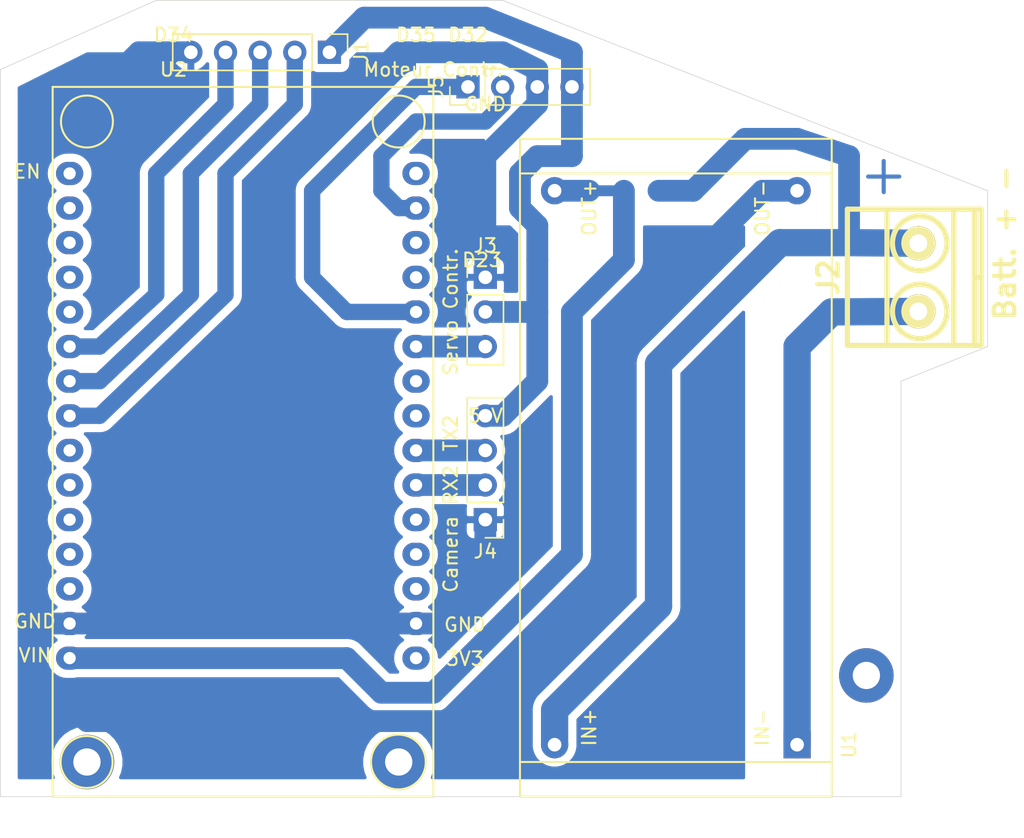
<source format=kicad_pcb>
(kicad_pcb (version 20171130) (host pcbnew "(5.1.5)-3")

  (general
    (thickness 1.6)
    (drawings 11)
    (tracks 96)
    (zones 0)
    (modules 7)
    (nets 33)
  )

  (page A4)
  (layers
    (0 F.Cu signal)
    (31 B.Cu signal)
    (32 B.Adhes user)
    (33 F.Adhes user)
    (34 B.Paste user)
    (35 F.Paste user)
    (36 B.SilkS user)
    (37 F.SilkS user)
    (38 B.Mask user)
    (39 F.Mask user)
    (40 Dwgs.User user)
    (41 Cmts.User user)
    (42 Eco1.User user)
    (43 Eco2.User user)
    (44 Edge.Cuts user)
    (45 Margin user)
    (46 B.CrtYd user)
    (47 F.CrtYd user)
    (48 B.Fab user)
    (49 F.Fab user)
  )

  (setup
    (last_trace_width 0.25)
    (user_trace_width 0.8)
    (user_trace_width 1.2)
    (user_trace_width 1.6)
    (user_trace_width 2)
    (trace_clearance 0.2)
    (zone_clearance 0.6)
    (zone_45_only no)
    (trace_min 0.2)
    (via_size 0.8)
    (via_drill 0.4)
    (via_min_size 0.4)
    (via_min_drill 0.3)
    (uvia_size 0.3)
    (uvia_drill 0.1)
    (uvias_allowed no)
    (uvia_min_size 0.2)
    (uvia_min_drill 0.1)
    (edge_width 0.05)
    (segment_width 0.2)
    (pcb_text_width 0.3)
    (pcb_text_size 1.5 1.5)
    (mod_edge_width 0.12)
    (mod_text_size 1 1)
    (mod_text_width 0.15)
    (pad_size 1.524 1.524)
    (pad_drill 0.762)
    (pad_to_mask_clearance 0.051)
    (solder_mask_min_width 0.25)
    (aux_axis_origin 0 0)
    (visible_elements 7FFFFFFF)
    (pcbplotparams
      (layerselection 0x01000_fffffffe)
      (usegerberextensions false)
      (usegerberattributes false)
      (usegerberadvancedattributes false)
      (creategerberjobfile false)
      (excludeedgelayer true)
      (linewidth 0.100000)
      (plotframeref false)
      (viasonmask false)
      (mode 1)
      (useauxorigin false)
      (hpglpennumber 1)
      (hpglpenspeed 20)
      (hpglpendiameter 15.000000)
      (psnegative false)
      (psa4output false)
      (plotreference true)
      (plotvalue true)
      (plotinvisibletext false)
      (padsonsilk false)
      (subtractmaskfromsilk false)
      (outputformat 1)
      (mirror false)
      (drillshape 0)
      (scaleselection 1)
      (outputdirectory "fabrication/"))
  )

  (net 0 "")
  (net 1 GND)
  (net 2 "Net-(J1-Pad4)")
  (net 3 "Net-(J1-Pad3)")
  (net 4 "Net-(J1-Pad2)")
  (net 5 +5V)
  (net 6 "Net-(J2-Pad2)")
  (net 7 "Net-(J2-Pad1)")
  (net 8 "Net-(J3-Pad3)")
  (net 9 "Net-(J4-Pad3)")
  (net 10 "Net-(J4-Pad2)")
  (net 11 "Net-(U2-Pad17)")
  (net 12 "Net-(U2-Pad18)")
  (net 13 "Net-(U2-Pad26)")
  (net 14 "Net-(U2-Pad27)")
  (net 15 "Net-(U2-Pad28)")
  (net 16 "Net-(U2-Pad1)")
  (net 17 "Net-(U2-Pad3)")
  (net 18 "Net-(U2-Pad8)")
  (net 19 "Net-(U2-Pad9)")
  (net 20 "Net-(U2-Pad12)")
  (net 21 "Net-(U2-Pad13)")
  (net 22 "Net-(U2-Pad16)")
  (net 23 "Net-(U2-Pad24)")
  (net 24 "Net-(U2-Pad25)")
  (net 25 "Net-(U2-Pad4)")
  (net 26 "Net-(U2-Pad5)")
  (net 27 +VDC)
  (net 28 "Net-(J5-Pad2)")
  (net 29 "Net-(J5-Pad1)")
  (net 30 "Net-(U2-Pad20)")
  (net 31 "Net-(U2-Pad19)")
  (net 32 "Net-(U2-Pad15)")

  (net_class Default "Ceci est la Netclass par défaut."
    (clearance 0.2)
    (trace_width 0.25)
    (via_dia 0.8)
    (via_drill 0.4)
    (uvia_dia 0.3)
    (uvia_drill 0.1)
    (add_net +5V)
    (add_net +VDC)
    (add_net GND)
    (add_net "Net-(J1-Pad2)")
    (add_net "Net-(J1-Pad3)")
    (add_net "Net-(J1-Pad4)")
    (add_net "Net-(J2-Pad1)")
    (add_net "Net-(J2-Pad2)")
    (add_net "Net-(J3-Pad3)")
    (add_net "Net-(J4-Pad2)")
    (add_net "Net-(J4-Pad3)")
    (add_net "Net-(J5-Pad1)")
    (add_net "Net-(J5-Pad2)")
    (add_net "Net-(U2-Pad1)")
    (add_net "Net-(U2-Pad12)")
    (add_net "Net-(U2-Pad13)")
    (add_net "Net-(U2-Pad15)")
    (add_net "Net-(U2-Pad16)")
    (add_net "Net-(U2-Pad17)")
    (add_net "Net-(U2-Pad18)")
    (add_net "Net-(U2-Pad19)")
    (add_net "Net-(U2-Pad20)")
    (add_net "Net-(U2-Pad24)")
    (add_net "Net-(U2-Pad25)")
    (add_net "Net-(U2-Pad26)")
    (add_net "Net-(U2-Pad27)")
    (add_net "Net-(U2-Pad28)")
    (add_net "Net-(U2-Pad3)")
    (add_net "Net-(U2-Pad4)")
    (add_net "Net-(U2-Pad5)")
    (add_net "Net-(U2-Pad8)")
    (add_net "Net-(U2-Pad9)")
  )

  (module Connector_PinHeader_2.54mm:PinHeader_1x04_P2.54mm_Vertical (layer F.Cu) (tedit 59FED5CC) (tstamp 5E8DF54D)
    (at 124.46 90.17 90)
    (descr "Through hole straight pin header, 1x04, 2.54mm pitch, single row")
    (tags "Through hole pin header THT 1x04 2.54mm single row")
    (path /5E8EFCDD)
    (fp_text reference J5 (at 0 -2.33 90) (layer F.SilkS)
      (effects (font (size 1 1) (thickness 0.15)))
    )
    (fp_text value Ecran (at 0 9.95 90) (layer F.Fab)
      (effects (font (size 1 1) (thickness 0.15)))
    )
    (fp_text user %R (at 0 3.81) (layer F.Fab)
      (effects (font (size 1 1) (thickness 0.15)))
    )
    (fp_line (start 1.8 -1.8) (end -1.8 -1.8) (layer F.CrtYd) (width 0.05))
    (fp_line (start 1.8 9.4) (end 1.8 -1.8) (layer F.CrtYd) (width 0.05))
    (fp_line (start -1.8 9.4) (end 1.8 9.4) (layer F.CrtYd) (width 0.05))
    (fp_line (start -1.8 -1.8) (end -1.8 9.4) (layer F.CrtYd) (width 0.05))
    (fp_line (start -1.33 -1.33) (end 0 -1.33) (layer F.SilkS) (width 0.12))
    (fp_line (start -1.33 0) (end -1.33 -1.33) (layer F.SilkS) (width 0.12))
    (fp_line (start -1.33 1.27) (end 1.33 1.27) (layer F.SilkS) (width 0.12))
    (fp_line (start 1.33 1.27) (end 1.33 8.95) (layer F.SilkS) (width 0.12))
    (fp_line (start -1.33 1.27) (end -1.33 8.95) (layer F.SilkS) (width 0.12))
    (fp_line (start -1.33 8.95) (end 1.33 8.95) (layer F.SilkS) (width 0.12))
    (fp_line (start -1.27 -0.635) (end -0.635 -1.27) (layer F.Fab) (width 0.1))
    (fp_line (start -1.27 8.89) (end -1.27 -0.635) (layer F.Fab) (width 0.1))
    (fp_line (start 1.27 8.89) (end -1.27 8.89) (layer F.Fab) (width 0.1))
    (fp_line (start 1.27 -1.27) (end 1.27 8.89) (layer F.Fab) (width 0.1))
    (fp_line (start -0.635 -1.27) (end 1.27 -1.27) (layer F.Fab) (width 0.1))
    (pad 4 thru_hole oval (at 0 7.62 90) (size 1.7 1.7) (drill 1) (layers *.Cu *.Mask)
      (net 5 +5V))
    (pad 3 thru_hole oval (at 0 5.08 90) (size 1.7 1.7) (drill 1) (layers *.Cu *.Mask)
      (net 1 GND))
    (pad 2 thru_hole oval (at 0 2.54 90) (size 1.7 1.7) (drill 1) (layers *.Cu *.Mask)
      (net 28 "Net-(J5-Pad2)"))
    (pad 1 thru_hole rect (at 0 0 90) (size 1.7 1.7) (drill 1) (layers *.Cu *.Mask)
      (net 29 "Net-(J5-Pad1)"))
    (model ${KISYS3DMOD}/Connector_PinHeader_2.54mm.3dshapes/PinHeader_1x04_P2.54mm_Vertical.wrl
      (at (xyz 0 0 0))
      (scale (xyz 1 1 1))
      (rotate (xyz 0 0 0))
    )
  )

  (module Custom:ESP32_Devkit_DOIT_V1 (layer F.Cu) (tedit 5E8C3439) (tstamp 5E8CA3CB)
    (at 120.65 132.08)
    (descr "Through hole straight pin header, 1x15, 2.54mm pitch, single row")
    (tags "Through hole pin header THT 1x15 2.54mm single row")
    (path /5E8C22B4)
    (fp_text reference U2 (at -17.78 -43.18) (layer F.SilkS)
      (effects (font (size 1 1) (thickness 0.15)))
    )
    (fp_text value ESP32_DevKit_1 (at -12.9946 12.349) (layer F.Fab)
      (effects (font (size 1 1) (thickness 0.15)))
    )
    (fp_circle (center -1.2954 7.62) (end -1.9304 9.525) (layer F.SilkS) (width 0.15))
    (fp_circle (center -24.1554 7.62) (end -24.1554 9.525) (layer F.SilkS) (width 0.15))
    (fp_circle (center -24.13 -39.37) (end -24.13 -41.275) (layer F.SilkS) (width 0.15))
    (fp_circle (center -1.27 -39.37) (end -1.27 -41.275) (layer F.SilkS) (width 0.15))
    (fp_line (start 1.27 10.16) (end 1.27 -41.91) (layer F.SilkS) (width 0.15))
    (fp_line (start -26.6446 10.16) (end 1.27 10.16) (layer F.SilkS) (width 0.15))
    (fp_line (start -26.6446 -41.91) (end -26.6446 10.16) (layer F.SilkS) (width 0.15))
    (fp_line (start 1.27 -41.91) (end -26.6446 -41.91) (layer F.SilkS) (width 0.15))
    (fp_text user EN (at -28.5096 -35.705) (layer F.SilkS)
      (effects (font (size 1 1) (thickness 0.15)))
    )
    (fp_text user GND (at -27.94 -2.705) (layer F.SilkS)
      (effects (font (size 1 1) (thickness 0.15)))
    )
    (fp_text user GND (at 3.5854 -2.451) (layer F.SilkS)
      (effects (font (size 1 1) (thickness 0.15)))
    )
    (fp_text user VIN (at -27.94 -0.205) (layer F.SilkS)
      (effects (font (size 1 1) (thickness 0.15)))
    )
    (fp_text user 3V3 (at 3.5854 0.049) (layer F.SilkS)
      (effects (font (size 1 1) (thickness 0.15)))
    )
    (fp_text user RX2 (at 2.54 -12.7 90) (layer F.SilkS)
      (effects (font (size 1 1) (thickness 0.15)))
    )
    (fp_text user TX2 (at 2.54 -16.51 90) (layer F.SilkS)
      (effects (font (size 1 1) (thickness 0.15)))
    )
    (fp_text user D23 (at 4.8354 -29.21) (layer F.SilkS)
      (effects (font (size 1 1) (thickness 0.15)))
    )
    (fp_text user D34 (at -17.78 -45.72) (layer F.SilkS)
      (effects (font (size 1 1) (thickness 0.15)))
    )
    (fp_text user D35 (at 0 -45.72) (layer F.SilkS)
      (effects (font (size 1 1) (thickness 0.15)))
    )
    (fp_text user D32 (at 3.81 -45.72) (layer F.SilkS)
      (effects (font (size 1 1) (thickness 0.15)))
    )
    (pad 30 thru_hole oval (at -25.4 0) (size 2 1.7) (drill 0.9) (layers *.Cu *.Mask)
      (net 27 +VDC))
    (pad 29 thru_hole oval (at -25.4 -2.54) (size 2 1.7) (drill 0.9) (layers *.Cu *.Mask)
      (net 1 GND))
    (pad 28 thru_hole oval (at -25.4 -5.08) (size 2 1.7) (drill 0.9) (layers *.Cu *.Mask)
      (net 15 "Net-(U2-Pad28)"))
    (pad 27 thru_hole oval (at -25.4 -7.62) (size 2 1.7) (drill 0.9) (layers *.Cu *.Mask)
      (net 14 "Net-(U2-Pad27)"))
    (pad 26 thru_hole oval (at -25.4 -10.16) (size 2 1.7) (drill 0.9) (layers *.Cu *.Mask)
      (net 13 "Net-(U2-Pad26)"))
    (pad 25 thru_hole oval (at -25.4 -12.7) (size 2 1.7) (drill 0.9) (layers *.Cu *.Mask)
      (net 24 "Net-(U2-Pad25)"))
    (pad 24 thru_hole oval (at -25.4 -15.24) (size 2 1.7) (drill 0.9) (layers *.Cu *.Mask)
      (net 23 "Net-(U2-Pad24)"))
    (pad 23 thru_hole oval (at -25.4 -17.78) (size 2 1.7) (drill 0.9) (layers *.Cu *.Mask)
      (net 4 "Net-(J1-Pad2)"))
    (pad 22 thru_hole oval (at -25.4 -20.32) (size 2 1.7) (drill 0.9) (layers *.Cu *.Mask)
      (net 3 "Net-(J1-Pad3)"))
    (pad 21 thru_hole oval (at -25.4 -22.86) (size 2 1.7) (drill 0.9) (layers *.Cu *.Mask)
      (net 2 "Net-(J1-Pad4)"))
    (pad 20 thru_hole oval (at -25.4 -25.4) (size 2 1.7) (drill 0.9) (layers *.Cu *.Mask)
      (net 30 "Net-(U2-Pad20)"))
    (pad 19 thru_hole oval (at -25.4 -27.94) (size 2 1.7) (drill 0.9) (layers *.Cu *.Mask)
      (net 31 "Net-(U2-Pad19)"))
    (pad 18 thru_hole oval (at -25.4 -30.48) (size 2 1.7) (drill 0.9) (layers *.Cu *.Mask)
      (net 12 "Net-(U2-Pad18)"))
    (pad 17 thru_hole oval (at -25.4 -33.02) (size 2 1.7) (drill 0.9) (layers *.Cu *.Mask)
      (net 11 "Net-(U2-Pad17)"))
    (pad 16 thru_hole oval (at -25.4 -35.56) (size 2 1.7) (drill 0.9) (layers *.Cu *.Mask)
      (net 22 "Net-(U2-Pad16)"))
    (pad 1 thru_hole oval (at 0 0) (size 2 1.7) (drill 0.9) (layers *.Cu *.Mask)
      (net 16 "Net-(U2-Pad1)"))
    (pad 2 thru_hole oval (at 0 -2.54) (size 2 1.7) (drill 0.9) (layers *.Cu *.Mask)
      (net 1 GND))
    (pad 3 thru_hole oval (at 0 -5.08) (size 2 1.7) (drill 0.9) (layers *.Cu *.Mask)
      (net 17 "Net-(U2-Pad3)"))
    (pad 4 thru_hole oval (at 0 -7.62) (size 2 1.7) (drill 0.9) (layers *.Cu *.Mask)
      (net 25 "Net-(U2-Pad4)"))
    (pad 5 thru_hole oval (at 0 -10.16) (size 2 1.7) (drill 0.9) (layers *.Cu *.Mask)
      (net 26 "Net-(U2-Pad5)"))
    (pad 6 thru_hole oval (at 0 -12.7) (size 2 1.7) (drill 0.9) (layers *.Cu *.Mask)
      (net 10 "Net-(J4-Pad2)"))
    (pad 7 thru_hole oval (at 0 -15.24) (size 2 1.7) (drill 0.9) (layers *.Cu *.Mask)
      (net 9 "Net-(J4-Pad3)"))
    (pad 8 thru_hole oval (at 0 -17.78) (size 2 1.7) (drill 0.9) (layers *.Cu *.Mask)
      (net 18 "Net-(U2-Pad8)"))
    (pad 9 thru_hole oval (at 0 -20.32) (size 2 1.7) (drill 0.9) (layers *.Cu *.Mask)
      (net 19 "Net-(U2-Pad9)"))
    (pad 10 thru_hole oval (at 0 -22.86) (size 2 1.7) (drill 0.9) (layers *.Cu *.Mask)
      (net 8 "Net-(J3-Pad3)"))
    (pad 11 thru_hole oval (at 0 -25.4) (size 2 1.7) (drill 0.9) (layers *.Cu *.Mask)
      (net 29 "Net-(J5-Pad1)"))
    (pad 12 thru_hole oval (at 0 -27.94) (size 2 1.7) (drill 0.9) (layers *.Cu *.Mask)
      (net 20 "Net-(U2-Pad12)"))
    (pad 13 thru_hole oval (at 0 -30.48) (size 2 1.7) (drill 0.9) (layers *.Cu *.Mask)
      (net 21 "Net-(U2-Pad13)"))
    (pad 14 thru_hole oval (at 0 -33.02) (size 2 1.7) (drill 0.9) (layers *.Cu *.Mask)
      (net 28 "Net-(J5-Pad2)"))
    (pad 15 thru_hole oval (at 0 -35.56) (size 2 1.7) (drill 1) (layers *.Cu *.Mask)
      (net 32 "Net-(U2-Pad15)"))
    (model ${KISYS3DMOD}/Pin_Headers.3dshapes/Pin_Header_Straight_1x15_Pitch2.54mm.wrl
      (at (xyz 0 0 0))
      (scale (xyz 1 1 1))
      (rotate (xyz 0 0 0))
    )
    (model D:/i9-Sylvain/Documents/KiCad/Bibliotheques/3dModel/ESP32DevKit.step
      (offset (xyz -25.5 0 2.1))
      (scale (xyz 1 1 1))
      (rotate (xyz 0 0 0))
    )
  )

  (module Custom:Module_DC-DC_Lm2596 (layer F.Cu) (tedit 5E7CBD56) (tstamp 5E8C7E6C)
    (at 148.59 138.43 90)
    (descr "Module 44x22 noname")
    (path /5E8CB9FE)
    (fp_text reference U1 (at 0 3.81 90) (layer F.SilkS)
      (effects (font (size 1 1) (thickness 0.15)))
    )
    (fp_text value Conv_DC-DC (at 16.51 5.08 90) (layer F.Fab)
      (effects (font (size 1 1) (thickness 0.15)))
    )
    (fp_line (start 41.91 2.54) (end -1.27 2.54) (layer F.CrtYd) (width 0.12))
    (fp_line (start -1.27 -20.32) (end 41.91 -20.32) (layer F.CrtYd) (width 0.12))
    (fp_line (start 44.45 2.54) (end -3.81 2.54) (layer F.SilkS) (width 0.15))
    (fp_line (start 44.45 -20.32) (end 44.45 2.54) (layer F.SilkS) (width 0.15))
    (fp_line (start -3.81 -20.32) (end 44.45 -20.32) (layer F.SilkS) (width 0.15))
    (fp_line (start -3.81 2.54) (end -3.81 -20.32) (layer F.SilkS) (width 0.15))
    (fp_line (start -1.27 -20.32) (end -1.27 2.54) (layer F.CrtYd) (width 0.12))
    (fp_line (start 41.91 2.54) (end 41.91 -20.32) (layer F.CrtYd) (width 0.12))
    (fp_text user IN- (at 1.27 -2.54 90) (layer F.SilkS)
      (effects (font (size 1 1) (thickness 0.15)))
    )
    (fp_text user IN+ (at 1.27 -15.24 90) (layer F.SilkS)
      (effects (font (size 1 1) (thickness 0.15)))
    )
    (fp_text user OUT- (at 39.37 -2.54 90) (layer F.SilkS)
      (effects (font (size 1 1) (thickness 0.15)))
    )
    (fp_text user OUT+ (at 39.37 -15.24 90) (layer F.SilkS)
      (effects (font (size 1 1) (thickness 0.15)))
    )
    (fp_line (start -1.27 -20.32) (end -1.27 2.54) (layer F.SilkS) (width 0.15))
    (fp_line (start 41.91 2.54) (end 41.91 -20.32) (layer F.SilkS) (width 0.15))
    (pad 4 thru_hole circle (at 0 -17.78 90) (size 2 2) (drill 1) (layers *.Cu *.Mask)
      (net 6 "Net-(J2-Pad2)"))
    (pad 3 thru_hole circle (at 40.64 -17.78 90) (size 2 2) (drill 1) (layers *.Cu *.Mask)
      (net 27 +VDC))
    (pad 2 thru_hole circle (at 40.64 0 90) (size 2 2) (drill 1) (layers *.Cu *.Mask)
      (net 1 GND))
    (pad 1 thru_hole rect (at 0 0 90) (size 2 2) (drill 1) (layers *.Cu *.Mask)
      (net 7 "Net-(J2-Pad1)"))
    (model "D:/i9-Sylvain/Documents/KiCad/Bibliotheques/3dModel/Module DC-DC LM2596.step"
      (at (xyz 0 0 0))
      (scale (xyz 1 1 1))
      (rotate (xyz 0 0 0))
    )
  )

  (module Connector_PinHeader_2.54mm:PinHeader_1x04_P2.54mm_Vertical (layer F.Cu) (tedit 59FED5CC) (tstamp 5E8C7E56)
    (at 125.73 121.92 180)
    (descr "Through hole straight pin header, 1x04, 2.54mm pitch, single row")
    (tags "Through hole pin header THT 1x04 2.54mm single row")
    (path /5E8C3D69)
    (fp_text reference J4 (at 0 -2.33) (layer F.SilkS)
      (effects (font (size 1 1) (thickness 0.15)))
    )
    (fp_text value Camera (at 2.54 -2.54 90) (layer F.SilkS)
      (effects (font (size 1 1) (thickness 0.15)))
    )
    (fp_text user %R (at 0 3.81 90) (layer F.Fab)
      (effects (font (size 1 1) (thickness 0.15)))
    )
    (fp_line (start 1.8 -1.8) (end -1.8 -1.8) (layer F.CrtYd) (width 0.05))
    (fp_line (start 1.8 9.4) (end 1.8 -1.8) (layer F.CrtYd) (width 0.05))
    (fp_line (start -1.8 9.4) (end 1.8 9.4) (layer F.CrtYd) (width 0.05))
    (fp_line (start -1.8 -1.8) (end -1.8 9.4) (layer F.CrtYd) (width 0.05))
    (fp_line (start -1.33 -1.33) (end 0 -1.33) (layer F.SilkS) (width 0.12))
    (fp_line (start -1.33 0) (end -1.33 -1.33) (layer F.SilkS) (width 0.12))
    (fp_line (start -1.33 1.27) (end 1.33 1.27) (layer F.SilkS) (width 0.12))
    (fp_line (start 1.33 1.27) (end 1.33 8.95) (layer F.SilkS) (width 0.12))
    (fp_line (start -1.33 1.27) (end -1.33 8.95) (layer F.SilkS) (width 0.12))
    (fp_line (start -1.33 8.95) (end 1.33 8.95) (layer F.SilkS) (width 0.12))
    (fp_line (start -1.27 -0.635) (end -0.635 -1.27) (layer F.Fab) (width 0.1))
    (fp_line (start -1.27 8.89) (end -1.27 -0.635) (layer F.Fab) (width 0.1))
    (fp_line (start 1.27 8.89) (end -1.27 8.89) (layer F.Fab) (width 0.1))
    (fp_line (start 1.27 -1.27) (end 1.27 8.89) (layer F.Fab) (width 0.1))
    (fp_line (start -0.635 -1.27) (end 1.27 -1.27) (layer F.Fab) (width 0.1))
    (pad 4 thru_hole oval (at 0 7.62 180) (size 1.7 1.7) (drill 1) (layers *.Cu *.Mask)
      (net 5 +5V))
    (pad 3 thru_hole oval (at 0 5.08 180) (size 1.7 1.7) (drill 1) (layers *.Cu *.Mask)
      (net 9 "Net-(J4-Pad3)"))
    (pad 2 thru_hole oval (at 0 2.54 180) (size 1.7 1.7) (drill 1) (layers *.Cu *.Mask)
      (net 10 "Net-(J4-Pad2)"))
    (pad 1 thru_hole rect (at 0 0 180) (size 1.7 1.7) (drill 1) (layers *.Cu *.Mask)
      (net 1 GND))
    (model ${KISYS3DMOD}/Connector_PinHeader_2.54mm.3dshapes/PinHeader_1x04_P2.54mm_Vertical.wrl
      (at (xyz 0 0 0))
      (scale (xyz 1 1 1))
      (rotate (xyz 0 0 0))
    )
  )

  (module Connector_PinHeader_2.54mm:PinHeader_1x03_P2.54mm_Vertical (layer F.Cu) (tedit 59FED5CC) (tstamp 5E8C7E3E)
    (at 125.73 104.14)
    (descr "Through hole straight pin header, 1x03, 2.54mm pitch, single row")
    (tags "Through hole pin header THT 1x03 2.54mm single row")
    (path /5E8C30F9)
    (fp_text reference J3 (at 0 -2.33) (layer F.SilkS)
      (effects (font (size 1 1) (thickness 0.15)))
    )
    (fp_text value "Servo Contr." (at -2.54 2.54 90) (layer F.SilkS)
      (effects (font (size 1 1) (thickness 0.15)))
    )
    (fp_text user %R (at 0 2.54 90) (layer F.Fab)
      (effects (font (size 1 1) (thickness 0.15)))
    )
    (fp_line (start 1.8 -1.8) (end -1.8 -1.8) (layer F.CrtYd) (width 0.05))
    (fp_line (start 1.8 6.85) (end 1.8 -1.8) (layer F.CrtYd) (width 0.05))
    (fp_line (start -1.8 6.85) (end 1.8 6.85) (layer F.CrtYd) (width 0.05))
    (fp_line (start -1.8 -1.8) (end -1.8 6.85) (layer F.CrtYd) (width 0.05))
    (fp_line (start -1.33 -1.33) (end 0 -1.33) (layer F.SilkS) (width 0.12))
    (fp_line (start -1.33 0) (end -1.33 -1.33) (layer F.SilkS) (width 0.12))
    (fp_line (start -1.33 1.27) (end 1.33 1.27) (layer F.SilkS) (width 0.12))
    (fp_line (start 1.33 1.27) (end 1.33 6.41) (layer F.SilkS) (width 0.12))
    (fp_line (start -1.33 1.27) (end -1.33 6.41) (layer F.SilkS) (width 0.12))
    (fp_line (start -1.33 6.41) (end 1.33 6.41) (layer F.SilkS) (width 0.12))
    (fp_line (start -1.27 -0.635) (end -0.635 -1.27) (layer F.Fab) (width 0.1))
    (fp_line (start -1.27 6.35) (end -1.27 -0.635) (layer F.Fab) (width 0.1))
    (fp_line (start 1.27 6.35) (end -1.27 6.35) (layer F.Fab) (width 0.1))
    (fp_line (start 1.27 -1.27) (end 1.27 6.35) (layer F.Fab) (width 0.1))
    (fp_line (start -0.635 -1.27) (end 1.27 -1.27) (layer F.Fab) (width 0.1))
    (pad 3 thru_hole oval (at 0 5.08) (size 1.7 1.7) (drill 1) (layers *.Cu *.Mask)
      (net 8 "Net-(J3-Pad3)"))
    (pad 2 thru_hole oval (at 0 2.54) (size 1.7 1.7) (drill 1) (layers *.Cu *.Mask)
      (net 5 +5V))
    (pad 1 thru_hole rect (at 0 0) (size 1.7 1.7) (drill 1) (layers *.Cu *.Mask)
      (net 1 GND))
    (model ${KISYS3DMOD}/Connector_PinHeader_2.54mm.3dshapes/PinHeader_1x03_P2.54mm_Vertical.wrl
      (at (xyz 0 0 0))
      (scale (xyz 1 1 1))
      (rotate (xyz 0 0 0))
    )
  )

  (module Custom:mkds_1,5-2 (layer F.Cu) (tedit 0) (tstamp 5E8C7E27)
    (at 157.48 104.14 90)
    (descr "2-way 5mm pitch terminal block, Phoenix MKDS series")
    (path /5E8CC4E5)
    (fp_text reference J2 (at 0 -6.6 90) (layer F.SilkS)
      (effects (font (size 1.5 1.5) (thickness 0.3)))
    )
    (fp_text value "Batt. + -" (at 2.54 6.35 90) (layer F.SilkS)
      (effects (font (size 1.5 1.5) (thickness 0.3)))
    )
    (fp_line (start -5 -5.2) (end -5 4.6) (layer F.SilkS) (width 0.381))
    (fp_line (start 5 -5.2) (end -5 -5.2) (layer F.SilkS) (width 0.381))
    (fp_line (start 5 4.6) (end 5 -5.2) (layer F.SilkS) (width 0.381))
    (fp_line (start -5 4.6) (end 5 4.6) (layer F.SilkS) (width 0.381))
    (fp_line (start -5 4.1) (end 5 4.1) (layer F.SilkS) (width 0.381))
    (fp_line (start -5 -2.3) (end 5 -2.3) (layer F.SilkS) (width 0.381))
    (fp_line (start -5 2.6) (end 5 2.6) (layer F.SilkS) (width 0.381))
    (fp_circle (center -2.5 0.1) (end -0.5 0.1) (layer F.SilkS) (width 0.381))
    (fp_circle (center 2.5 0.1) (end 0.5 0.1) (layer F.SilkS) (width 0.381))
    (fp_line (start 0 4.1) (end 0 4.6) (layer F.SilkS) (width 0.381))
    (pad 2 thru_hole circle (at 2.5 0 90) (size 2.5 2.5) (drill 1.3) (layers *.Cu *.Mask F.SilkS)
      (net 6 "Net-(J2-Pad2)"))
    (pad 1 thru_hole circle (at -2.5 0 90) (size 2.5 2.5) (drill 1.3) (layers *.Cu *.Mask F.SilkS)
      (net 7 "Net-(J2-Pad1)"))
    (model D:/i9-Sylvain/Documents/KiCad/Bibliotheques/3dModel/mkds_1,5-2.wrl
      (at (xyz 0 0 0))
      (scale (xyz 1 1 1))
      (rotate (xyz 0 0 0))
    )
  )

  (module Connector_PinHeader_2.54mm:PinHeader_1x05_P2.54mm_Vertical (layer F.Cu) (tedit 59FED5CC) (tstamp 5E8C7E17)
    (at 114.3 87.63 270)
    (descr "Through hole straight pin header, 1x05, 2.54mm pitch, single row")
    (tags "Through hole pin header THT 1x05 2.54mm single row")
    (path /5E8D2539)
    (fp_text reference J1 (at 0 -2.33 90) (layer F.SilkS)
      (effects (font (size 1 1) (thickness 0.15)))
    )
    (fp_text value "Moteur Contr." (at 1.27 -7.62 180) (layer F.SilkS)
      (effects (font (size 1 1) (thickness 0.15)))
    )
    (fp_text user %R (at 0 5.08) (layer F.Fab)
      (effects (font (size 1 1) (thickness 0.15)))
    )
    (fp_line (start 1.8 -1.8) (end -1.8 -1.8) (layer F.CrtYd) (width 0.05))
    (fp_line (start 1.8 11.95) (end 1.8 -1.8) (layer F.CrtYd) (width 0.05))
    (fp_line (start -1.8 11.95) (end 1.8 11.95) (layer F.CrtYd) (width 0.05))
    (fp_line (start -1.8 -1.8) (end -1.8 11.95) (layer F.CrtYd) (width 0.05))
    (fp_line (start -1.33 -1.33) (end 0 -1.33) (layer F.SilkS) (width 0.12))
    (fp_line (start -1.33 0) (end -1.33 -1.33) (layer F.SilkS) (width 0.12))
    (fp_line (start -1.33 1.27) (end 1.33 1.27) (layer F.SilkS) (width 0.12))
    (fp_line (start 1.33 1.27) (end 1.33 11.49) (layer F.SilkS) (width 0.12))
    (fp_line (start -1.33 1.27) (end -1.33 11.49) (layer F.SilkS) (width 0.12))
    (fp_line (start -1.33 11.49) (end 1.33 11.49) (layer F.SilkS) (width 0.12))
    (fp_line (start -1.27 -0.635) (end -0.635 -1.27) (layer F.Fab) (width 0.1))
    (fp_line (start -1.27 11.43) (end -1.27 -0.635) (layer F.Fab) (width 0.1))
    (fp_line (start 1.27 11.43) (end -1.27 11.43) (layer F.Fab) (width 0.1))
    (fp_line (start 1.27 -1.27) (end 1.27 11.43) (layer F.Fab) (width 0.1))
    (fp_line (start -0.635 -1.27) (end 1.27 -1.27) (layer F.Fab) (width 0.1))
    (pad 5 thru_hole oval (at 0 10.16 270) (size 1.7 1.7) (drill 1) (layers *.Cu *.Mask)
      (net 1 GND))
    (pad 4 thru_hole oval (at 0 7.62 270) (size 1.7 1.7) (drill 1) (layers *.Cu *.Mask)
      (net 2 "Net-(J1-Pad4)"))
    (pad 3 thru_hole oval (at 0 5.08 270) (size 1.7 1.7) (drill 1) (layers *.Cu *.Mask)
      (net 3 "Net-(J1-Pad3)"))
    (pad 2 thru_hole oval (at 0 2.54 270) (size 1.7 1.7) (drill 1) (layers *.Cu *.Mask)
      (net 4 "Net-(J1-Pad2)"))
    (pad 1 thru_hole rect (at 0 0 270) (size 1.7 1.7) (drill 1) (layers *.Cu *.Mask)
      (net 5 +5V))
    (model ${KISYS3DMOD}/Connector_PinHeader_2.54mm.3dshapes/PinHeader_1x05_P2.54mm_Vertical.wrl
      (at (xyz 0 0 0))
      (scale (xyz 1 1 1))
      (rotate (xyz 0 0 0))
    )
  )

  (gr_line (start 162.56 109.22) (end 156.21 111.76) (layer Edge.Cuts) (width 0.05) (tstamp 5E8DACD3))
  (gr_line (start 156.21 142.24) (end 156.21 111.76) (layer Edge.Cuts) (width 0.05))
  (gr_text + (at 154.94 96.52) (layer B.Cu)
    (effects (font (size 3 3) (thickness 0.3)) (justify mirror))
  )
  (gr_line (start 90.17 88.9) (end 101.6 83.82) (layer Edge.Cuts) (width 0.05))
  (gr_line (start 127 83.82) (end 162.56 97.79) (layer Edge.Cuts) (width 0.05) (tstamp 5E8C4E96))
  (gr_text "5 V" (at 125.73 114.3) (layer F.SilkS)
    (effects (font (size 1 1) (thickness 0.15)))
  )
  (gr_text GND (at 125.73 91.44) (layer F.SilkS)
    (effects (font (size 1 1) (thickness 0.15)))
  )
  (gr_line (start 90.17 88.9) (end 90.17 142.24) (layer Edge.Cuts) (width 0.05) (tstamp 5E8CAEBF))
  (gr_line (start 127 83.82) (end 101.6 83.82) (layer Edge.Cuts) (width 0.05))
  (gr_line (start 162.56 109.22) (end 162.56 97.79) (layer Edge.Cuts) (width 0.05))
  (gr_line (start 90.17 142.24) (end 156.21 142.24) (layer Edge.Cuts) (width 0.05))

  (via (at 96.52 139.7) (size 4) (drill 2) (layers F.Cu B.Cu) (net 0))
  (via (at 119.38 139.7) (size 4) (drill 2) (layers F.Cu B.Cu) (net 0))
  (via (at 153.67 133.35) (size 4) (drill 2) (layers F.Cu B.Cu) (net 0))
  (segment (start 92.71 129.54) (end 93.98 129.54) (width 1.6) (layer B.Cu) (net 1))
  (segment (start 93.98 129.54) (end 95.25 129.54) (width 1.6) (layer B.Cu) (net 1))
  (segment (start 134.62 109.22) (end 146.05 97.79) (width 1.6) (layer B.Cu) (net 1))
  (segment (start 92.71 133.35) (end 96.52 136.699999) (width 1.6) (layer B.Cu) (net 1))
  (segment (start 146.05 97.79) (end 148.59 97.79) (width 1.6) (layer B.Cu) (net 1))
  (segment (start 124.920001 136.699999) (end 134.62 127) (width 1.6) (layer B.Cu) (net 1))
  (segment (start 134.62 127) (end 134.62 109.22) (width 1.6) (layer B.Cu) (net 1))
  (segment (start 92.71 129.54) (end 92.71 133.35) (width 1.6) (layer B.Cu) (net 1))
  (segment (start 96.52 136.699999) (end 124.920001 136.699999) (width 1.6) (layer B.Cu) (net 1))
  (segment (start 95.25 129.54) (end 109.22 129.54) (width 1.6) (layer B.Cu) (net 1))
  (segment (start 120.65 129.54) (end 109.22 129.54) (width 1.6) (layer B.Cu) (net 1))
  (segment (start 129.54 88.9) (end 129.54 90.17) (width 1.6) (layer B.Cu) (net 1))
  (segment (start 119.38 87.63) (end 127 87.63) (width 1.6) (layer B.Cu) (net 1))
  (segment (start 109.22 129.54) (end 109.22 97.79) (width 1.6) (layer B.Cu) (net 1))
  (segment (start 127 87.63) (end 129.54 88.9) (width 1.6) (layer B.Cu) (net 1))
  (segment (start 109.22 97.79) (end 119.38 87.63) (width 1.6) (layer B.Cu) (net 1))
  (segment (start 92.71 95.25) (end 92.71 129.54) (width 1.6) (layer B.Cu) (net 1))
  (segment (start 104.14 87.63) (end 100.33 87.63) (width 1.6) (layer B.Cu) (net 1))
  (segment (start 100.33 87.63) (end 92.71 95.25) (width 1.6) (layer B.Cu) (net 1))
  (segment (start 129.54 91.44) (end 129.54 90.17) (width 1.6) (layer B.Cu) (net 1))
  (segment (start 125.73 104.14) (end 125.73 95.25) (width 1.6) (layer B.Cu) (net 1))
  (segment (start 125.73 95.25) (end 129.54 91.44) (width 1.6) (layer B.Cu) (net 1))
  (segment (start 125.73 127.06) (end 125.73 121.92) (width 1.6) (layer B.Cu) (net 1))
  (segment (start 120.65 129.54) (end 123.25 129.54) (width 1.6) (layer B.Cu) (net 1))
  (segment (start 123.25 129.54) (end 125.73 127.06) (width 1.6) (layer B.Cu) (net 1))
  (segment (start 97.45 109.22) (end 95.25 109.22) (width 1.2) (layer B.Cu) (net 2))
  (segment (start 101.6 105.41) (end 97.45 109.22) (width 1.2) (layer B.Cu) (net 2))
  (segment (start 106.68 91.44) (end 101.6 96.52) (width 1.2) (layer B.Cu) (net 2))
  (segment (start 101.6 96.52) (end 101.6 105.41) (width 1.2) (layer B.Cu) (net 2))
  (segment (start 106.68 91.44) (end 106.68 87.63) (width 1.2) (layer B.Cu) (net 2))
  (segment (start 97.45 111.76) (end 95.25 111.76) (width 1.2) (layer B.Cu) (net 3))
  (segment (start 109.22 91.44) (end 104.14 96.52) (width 1.2) (layer B.Cu) (net 3))
  (segment (start 104.14 105.41) (end 97.45 111.76) (width 1.2) (layer B.Cu) (net 3))
  (segment (start 104.14 96.52) (end 104.14 105.41) (width 1.2) (layer B.Cu) (net 3))
  (segment (start 109.22 91.44) (end 109.22 87.63) (width 1.2) (layer B.Cu) (net 3))
  (segment (start 97.45 114.3) (end 95.25 114.3) (width 1.2) (layer B.Cu) (net 4))
  (segment (start 106.68 105.41) (end 97.45 114.3) (width 1.2) (layer B.Cu) (net 4))
  (segment (start 111.76 91.44) (end 106.68 96.52) (width 1.2) (layer B.Cu) (net 4))
  (segment (start 106.68 96.52) (end 106.68 105.41) (width 1.2) (layer B.Cu) (net 4))
  (segment (start 111.76 91.44) (end 111.76 87.63) (width 1.2) (layer B.Cu) (net 4))
  (segment (start 125.73 106.68) (end 129.54 106.68) (width 1.6) (layer B.Cu) (net 5))
  (segment (start 129.54 95.25) (end 128.27 96.52) (width 1.6) (layer B.Cu) (net 5))
  (segment (start 129.54 100.33) (end 129.54 102.87) (width 1.6) (layer B.Cu) (net 5))
  (segment (start 116.84 85.09) (end 125.73 85.09) (width 1.6) (layer B.Cu) (net 5))
  (segment (start 128.27 99.06) (end 129.54 100.33) (width 1.6) (layer B.Cu) (net 5))
  (segment (start 132.08 87.63) (end 132.08 95.25) (width 1.6) (layer B.Cu) (net 5))
  (segment (start 114.3 87.63) (end 116.84 85.09) (width 1.6) (layer B.Cu) (net 5))
  (segment (start 128.27 96.52) (end 128.27 99.06) (width 1.6) (layer B.Cu) (net 5))
  (segment (start 125.73 85.09) (end 132.08 87.63) (width 1.6) (layer B.Cu) (net 5))
  (segment (start 129.54 102.87) (end 129.54 106.68) (width 1.6) (layer B.Cu) (net 5))
  (segment (start 132.08 95.25) (end 129.54 95.25) (width 1.6) (layer B.Cu) (net 5))
  (segment (start 129.54 111.76) (end 129.54 106.68) (width 1.6) (layer B.Cu) (net 5))
  (segment (start 127 114.3) (end 129.54 111.76) (width 1.6) (layer B.Cu) (net 5))
  (segment (start 125.73 114.3) (end 127 114.3) (width 1.6) (layer B.Cu) (net 5))
  (segment (start 130.81 135.89) (end 130.81 138.43) (width 2) (layer B.Cu) (net 6))
  (segment (start 138.43 110.49) (end 138.43 128.27) (width 2) (layer B.Cu) (net 6))
  (segment (start 138.43 128.27) (end 130.81 135.89) (width 2) (layer B.Cu) (net 6))
  (segment (start 147.32 101.6) (end 138.43 110.49) (width 2) (layer B.Cu) (net 6))
  (segment (start 157.48 101.64) (end 152.4 101.6) (width 2) (layer B.Cu) (net 6))
  (segment (start 152.4 101.6) (end 147.32 101.6) (width 2) (layer B.Cu) (net 6))
  (segment (start 140.97 97.79) (end 138.43 97.79) (width 1.6) (layer B.Cu) (net 6))
  (segment (start 144.78 93.98) (end 140.97 97.79) (width 1.6) (layer B.Cu) (net 6))
  (segment (start 148.59 93.98) (end 144.78 93.98) (width 1.6) (layer B.Cu) (net 6))
  (segment (start 152.4 101.6) (end 152.4 95.25) (width 1.6) (layer B.Cu) (net 6))
  (segment (start 152.4 95.25) (end 148.59 93.98) (width 1.6) (layer B.Cu) (net 6))
  (segment (start 151.13 106.68) (end 157.48 106.64) (width 2) (layer B.Cu) (net 7))
  (segment (start 148.59 138.43) (end 148.59 109.22) (width 2) (layer B.Cu) (net 7))
  (segment (start 148.59 109.22) (end 151.13 106.68) (width 2) (layer B.Cu) (net 7))
  (segment (start 120.65 109.22) (end 125.73 109.22) (width 1.6) (layer B.Cu) (net 8))
  (segment (start 120.65 116.84) (end 125.73 116.84) (width 1.6) (layer B.Cu) (net 9))
  (segment (start 120.65 119.38) (end 125.73 119.38) (width 1.6) (layer B.Cu) (net 10))
  (segment (start 130.81 97.79) (end 133.35 97.79) (width 1.6) (layer B.Cu) (net 27))
  (segment (start 135.89 102.87) (end 135.89 97.79) (width 1.6) (layer B.Cu) (net 27))
  (segment (start 132.08 106.68) (end 135.89 102.87) (width 1.6) (layer B.Cu) (net 27))
  (segment (start 115.57 132.08) (end 118.11 134.62) (width 1.6) (layer B.Cu) (net 27))
  (segment (start 95.25 132.08) (end 115.57 132.08) (width 1.6) (layer B.Cu) (net 27))
  (segment (start 118.11 134.62) (end 121.92 134.62) (width 1.6) (layer B.Cu) (net 27))
  (segment (start 121.92 134.62) (end 132.08 124.46) (width 1.6) (layer B.Cu) (net 27))
  (segment (start 132.08 124.46) (end 132.08 106.68) (width 1.6) (layer B.Cu) (net 27))
  (segment (start 135.89 97.79) (end 133.35 97.79) (width 0.8) (layer B.Cu) (net 27))
  (segment (start 120.423691 99.06) (end 120.65 99.06) (width 1.2) (layer B.Cu) (net 28))
  (segment (start 118.11 97.79) (end 119.38 99.06) (width 1.2) (layer B.Cu) (net 28))
  (segment (start 119.38 99.06) (end 120.423691 99.06) (width 1.2) (layer B.Cu) (net 28))
  (segment (start 127 91.44) (end 125.73 92.71) (width 1.2) (layer B.Cu) (net 28))
  (segment (start 127 90.17) (end 127 91.44) (width 1.2) (layer B.Cu) (net 28))
  (segment (start 125.73 92.71) (end 120.65 92.71) (width 1.2) (layer B.Cu) (net 28))
  (segment (start 120.65 92.71) (end 118.11 95.25) (width 1.2) (layer B.Cu) (net 28))
  (segment (start 118.11 95.25) (end 118.11 97.79) (width 1.2) (layer B.Cu) (net 28))
  (segment (start 115.57 106.68) (end 120.65 106.68) (width 1.2) (layer B.Cu) (net 29))
  (segment (start 113.03 104.14) (end 115.57 106.68) (width 1.2) (layer B.Cu) (net 29))
  (segment (start 113.03 97.79) (end 113.03 104.14) (width 1.2) (layer B.Cu) (net 29))
  (segment (start 124.46 90.17) (end 120.65 90.17) (width 1.2) (layer B.Cu) (net 29))
  (segment (start 120.65 90.17) (end 113.03 97.79) (width 1.2) (layer B.Cu) (net 29))

  (zone (net 1) (net_name GND) (layer B.Cu) (tstamp 5E8E002D) (hatch edge 0.508)
    (connect_pads (clearance 0.6))
    (min_thickness 0.254)
    (fill yes (arc_segments 32) (thermal_gap 0.508) (thermal_bridge_width 0.508))
    (polygon
      (pts
        (xy 120.65 93.98) (xy 125.73 93.98) (xy 125.73 100.33) (xy 144.78 100.33) (xy 144.78 140.97)
        (xy 91.44 140.97) (xy 91.44 90.17) (xy 96.52 87.63) (xy 120.65 87.63)
      )
    )
    (filled_polygon
      (pts
        (xy 102.655 87.757002) (xy 102.819185 87.757002) (xy 102.698519 87.986891) (xy 102.795843 88.261252) (xy 102.944822 88.511355)
        (xy 103.139731 88.727588) (xy 103.37308 88.901641) (xy 103.635901 89.026825) (xy 103.78311 89.071476) (xy 104.013 88.950155)
        (xy 104.013 87.757) (xy 104.267 87.757) (xy 104.267 88.950155) (xy 104.49689 89.071476) (xy 104.644099 89.026825)
        (xy 104.90692 88.901641) (xy 105.140269 88.727588) (xy 105.335178 88.511355) (xy 105.352656 88.482014) (xy 105.353001 88.48253)
        (xy 105.353 90.890339) (xy 100.707765 95.535575) (xy 100.65713 95.57713) (xy 100.582933 95.66754) (xy 100.491302 95.779192)
        (xy 100.460304 95.837186) (xy 100.368081 96.009723) (xy 100.292201 96.259864) (xy 100.273 96.454817) (xy 100.273 96.454826)
        (xy 100.266581 96.52) (xy 100.273 96.585174) (xy 100.273001 104.826854) (xy 96.933237 107.893) (xy 96.407795 107.893)
        (xy 96.520503 107.800503) (xy 96.717572 107.560373) (xy 96.864007 107.286412) (xy 96.954182 106.989146) (xy 96.98463 106.68)
        (xy 96.954182 106.370854) (xy 96.864007 106.073588) (xy 96.717572 105.799627) (xy 96.520503 105.559497) (xy 96.33834 105.41)
        (xy 96.520503 105.260503) (xy 96.717572 105.020373) (xy 96.864007 104.746412) (xy 96.954182 104.449146) (xy 96.98463 104.14)
        (xy 96.954182 103.830854) (xy 96.864007 103.533588) (xy 96.717572 103.259627) (xy 96.520503 103.019497) (xy 96.33834 102.87)
        (xy 96.520503 102.720503) (xy 96.717572 102.480373) (xy 96.864007 102.206412) (xy 96.954182 101.909146) (xy 96.98463 101.6)
        (xy 96.954182 101.290854) (xy 96.864007 100.993588) (xy 96.717572 100.719627) (xy 96.520503 100.479497) (xy 96.33834 100.33)
        (xy 96.520503 100.180503) (xy 96.717572 99.940373) (xy 96.864007 99.666412) (xy 96.954182 99.369146) (xy 96.98463 99.06)
        (xy 96.954182 98.750854) (xy 96.864007 98.453588) (xy 96.717572 98.179627) (xy 96.520503 97.939497) (xy 96.33834 97.79)
        (xy 96.520503 97.640503) (xy 96.717572 97.400373) (xy 96.864007 97.126412) (xy 96.954182 96.829146) (xy 96.98463 96.52)
        (xy 96.954182 96.210854) (xy 96.864007 95.913588) (xy 96.717572 95.639627) (xy 96.520503 95.399497) (xy 96.280373 95.202428)
        (xy 96.006412 95.055993) (xy 95.709146 94.965818) (xy 95.477469 94.943) (xy 95.022531 94.943) (xy 94.790854 94.965818)
        (xy 94.493588 95.055993) (xy 94.219627 95.202428) (xy 93.979497 95.399497) (xy 93.782428 95.639627) (xy 93.635993 95.913588)
        (xy 93.545818 96.210854) (xy 93.51537 96.52) (xy 93.545818 96.829146) (xy 93.635993 97.126412) (xy 93.782428 97.400373)
        (xy 93.979497 97.640503) (xy 94.16166 97.79) (xy 93.979497 97.939497) (xy 93.782428 98.179627) (xy 93.635993 98.453588)
        (xy 93.545818 98.750854) (xy 93.51537 99.06) (xy 93.545818 99.369146) (xy 93.635993 99.666412) (xy 93.782428 99.940373)
        (xy 93.979497 100.180503) (xy 94.16166 100.33) (xy 93.979497 100.479497) (xy 93.782428 100.719627) (xy 93.635993 100.993588)
        (xy 93.545818 101.290854) (xy 93.51537 101.6) (xy 93.545818 101.909146) (xy 93.635993 102.206412) (xy 93.782428 102.480373)
        (xy 93.979497 102.720503) (xy 94.16166 102.87) (xy 93.979497 103.019497) (xy 93.782428 103.259627) (xy 93.635993 103.533588)
        (xy 93.545818 103.830854) (xy 93.51537 104.14) (xy 93.545818 104.449146) (xy 93.635993 104.746412) (xy 93.782428 105.020373)
        (xy 93.979497 105.260503) (xy 94.16166 105.41) (xy 93.979497 105.559497) (xy 93.782428 105.799627) (xy 93.635993 106.073588)
        (xy 93.545818 106.370854) (xy 93.51537 106.68) (xy 93.545818 106.989146) (xy 93.635993 107.286412) (xy 93.782428 107.560373)
        (xy 93.979497 107.800503) (xy 94.16166 107.95) (xy 93.979497 108.099497) (xy 93.782428 108.339627) (xy 93.635993 108.613588)
        (xy 93.545818 108.910854) (xy 93.51537 109.22) (xy 93.545818 109.529146) (xy 93.635993 109.826412) (xy 93.782428 110.100373)
        (xy 93.979497 110.340503) (xy 94.16166 110.49) (xy 93.979497 110.639497) (xy 93.782428 110.879627) (xy 93.635993 111.153588)
        (xy 93.545818 111.450854) (xy 93.51537 111.76) (xy 93.545818 112.069146) (xy 93.635993 112.366412) (xy 93.782428 112.640373)
        (xy 93.979497 112.880503) (xy 94.16166 113.03) (xy 93.979497 113.179497) (xy 93.782428 113.419627) (xy 93.635993 113.693588)
        (xy 93.545818 113.990854) (xy 93.51537 114.3) (xy 93.545818 114.609146) (xy 93.635993 114.906412) (xy 93.782428 115.180373)
        (xy 93.979497 115.420503) (xy 94.16166 115.57) (xy 93.979497 115.719497) (xy 93.782428 115.959627) (xy 93.635993 116.233588)
        (xy 93.545818 116.530854) (xy 93.51537 116.84) (xy 93.545818 117.149146) (xy 93.635993 117.446412) (xy 93.782428 117.720373)
        (xy 93.979497 117.960503) (xy 94.16166 118.11) (xy 93.979497 118.259497) (xy 93.782428 118.499627) (xy 93.635993 118.773588)
        (xy 93.545818 119.070854) (xy 93.51537 119.38) (xy 93.545818 119.689146) (xy 93.635993 119.986412) (xy 93.782428 120.260373)
        (xy 93.979497 120.500503) (xy 94.16166 120.65) (xy 93.979497 120.799497) (xy 93.782428 121.039627) (xy 93.635993 121.313588)
        (xy 93.545818 121.610854) (xy 93.51537 121.92) (xy 93.545818 122.229146) (xy 93.635993 122.526412) (xy 93.782428 122.800373)
        (xy 93.979497 123.040503) (xy 94.16166 123.19) (xy 93.979497 123.339497) (xy 93.782428 123.579627) (xy 93.635993 123.853588)
        (xy 93.545818 124.150854) (xy 93.51537 124.46) (xy 93.545818 124.769146) (xy 93.635993 125.066412) (xy 93.782428 125.340373)
        (xy 93.979497 125.580503) (xy 94.16166 125.73) (xy 93.979497 125.879497) (xy 93.782428 126.119627) (xy 93.635993 126.393588)
        (xy 93.545818 126.690854) (xy 93.51537 127) (xy 93.545818 127.309146) (xy 93.635993 127.606412) (xy 93.782428 127.880373)
        (xy 93.979497 128.120503) (xy 94.219627 128.317572) (xy 94.246424 128.331895) (xy 94.108205 128.433198) (xy 93.911336 128.647954)
        (xy 93.760146 128.896991) (xy 93.660446 129.170739) (xy 93.658524 129.18311) (xy 93.779845 129.413) (xy 95.123 129.413)
        (xy 95.123 129.393) (xy 95.377 129.393) (xy 95.377 129.413) (xy 96.720155 129.413) (xy 96.841476 129.18311)
        (xy 96.839554 129.170739) (xy 96.739854 128.896991) (xy 96.588664 128.647954) (xy 96.391795 128.433198) (xy 96.253576 128.331895)
        (xy 96.280373 128.317572) (xy 96.520503 128.120503) (xy 96.717572 127.880373) (xy 96.864007 127.606412) (xy 96.954182 127.309146)
        (xy 96.98463 127) (xy 96.954182 126.690854) (xy 96.864007 126.393588) (xy 96.717572 126.119627) (xy 96.520503 125.879497)
        (xy 96.33834 125.73) (xy 96.520503 125.580503) (xy 96.717572 125.340373) (xy 96.864007 125.066412) (xy 96.954182 124.769146)
        (xy 96.98463 124.46) (xy 96.954182 124.150854) (xy 96.864007 123.853588) (xy 96.717572 123.579627) (xy 96.520503 123.339497)
        (xy 96.33834 123.19) (xy 96.520503 123.040503) (xy 96.717572 122.800373) (xy 96.864007 122.526412) (xy 96.954182 122.229146)
        (xy 96.98463 121.92) (xy 96.954182 121.610854) (xy 96.864007 121.313588) (xy 96.717572 121.039627) (xy 96.520503 120.799497)
        (xy 96.33834 120.65) (xy 96.520503 120.500503) (xy 96.717572 120.260373) (xy 96.864007 119.986412) (xy 96.954182 119.689146)
        (xy 96.98463 119.38) (xy 96.954182 119.070854) (xy 96.864007 118.773588) (xy 96.717572 118.499627) (xy 96.520503 118.259497)
        (xy 96.33834 118.11) (xy 96.520503 117.960503) (xy 96.717572 117.720373) (xy 96.864007 117.446412) (xy 96.954182 117.149146)
        (xy 96.98463 116.84) (xy 96.954182 116.530854) (xy 96.864007 116.233588) (xy 96.717572 115.959627) (xy 96.520503 115.719497)
        (xy 96.407795 115.627) (xy 97.372343 115.627) (xy 97.424985 115.633184) (xy 97.502694 115.627) (xy 97.515184 115.627)
        (xy 97.567743 115.621823) (xy 97.685556 115.612448) (xy 97.697633 115.609031) (xy 97.710137 115.607799) (xy 97.823337 115.57346)
        (xy 97.937076 115.541275) (xy 97.948258 115.535565) (xy 97.960278 115.531919) (xy 98.064594 115.476161) (xy 98.169878 115.4224)
        (xy 98.17973 115.414619) (xy 98.190808 115.408698) (xy 98.282221 115.333677) (xy 98.323613 115.300988) (xy 98.332598 115.292334)
        (xy 98.39287 115.24287) (xy 98.426503 115.201888) (xy 107.562606 106.402327) (xy 107.62287 106.35287) (xy 107.697867 106.261486)
        (xy 107.774604 106.171479) (xy 107.780731 106.160515) (xy 107.788698 106.150808) (xy 107.844439 106.046524) (xy 107.902129 105.9433)
        (xy 107.905999 105.931353) (xy 107.911919 105.920278) (xy 107.946255 105.807089) (xy 107.982687 105.694627) (xy 107.984151 105.682162)
        (xy 107.987799 105.670137) (xy 107.999396 105.552385) (xy 108.013184 105.435016) (xy 108.007 105.357307) (xy 108.007 97.06966)
        (xy 112.652241 92.42442) (xy 112.70287 92.38287) (xy 112.744422 92.332239) (xy 112.868698 92.180809) (xy 112.991919 91.950278)
        (xy 112.991919 91.950277) (xy 113.067799 91.700137) (xy 113.087 91.505184) (xy 113.087 91.505174) (xy 113.093419 91.44)
        (xy 113.087 91.374826) (xy 113.087 89.110309) (xy 113.170443 89.15491) (xy 113.307483 89.19648) (xy 113.45 89.210517)
        (xy 115.15 89.210517) (xy 115.292517 89.19648) (xy 115.429557 89.15491) (xy 115.555853 89.087403) (xy 115.666554 88.996554)
        (xy 115.757403 88.885853) (xy 115.82491 88.759557) (xy 115.86648 88.622517) (xy 115.880517 88.48) (xy 115.880517 88.208986)
        (xy 116.332503 87.757) (xy 120.523 87.757) (xy 120.523 88.849088) (xy 120.389863 88.862201) (xy 120.139722 88.938081)
        (xy 119.90919 89.061303) (xy 119.767625 89.177483) (xy 119.70713 89.22713) (xy 119.665579 89.27776) (xy 112.137765 96.805575)
        (xy 112.08713 96.84713) (xy 112.045578 96.897762) (xy 111.921302 97.049192) (xy 111.839189 97.202815) (xy 111.798081 97.279723)
        (xy 111.722201 97.529864) (xy 111.703 97.724817) (xy 111.703 97.724826) (xy 111.696581 97.79) (xy 111.703 97.855174)
        (xy 111.703001 104.074816) (xy 111.696581 104.14) (xy 111.722202 104.400137) (xy 111.798081 104.650277) (xy 111.921302 104.880808)
        (xy 112.035841 105.020373) (xy 112.087131 105.08287) (xy 112.137761 105.124421) (xy 114.585579 107.57224) (xy 114.62713 107.62287)
        (xy 114.67776 107.664421) (xy 114.677761 107.664422) (xy 114.82919 107.788697) (xy 114.829192 107.788698) (xy 115.059722 107.911919)
        (xy 115.309863 107.987799) (xy 115.504816 108.007) (xy 115.504828 108.007) (xy 115.569999 108.013419) (xy 115.635171 108.007)
        (xy 119.492205 108.007) (xy 119.379497 108.099497) (xy 119.182428 108.339627) (xy 119.035993 108.613588) (xy 118.945818 108.910854)
        (xy 118.91537 109.22) (xy 118.945818 109.529146) (xy 119.035993 109.826412) (xy 119.182428 110.100373) (xy 119.379497 110.340503)
        (xy 119.56166 110.49) (xy 119.379497 110.639497) (xy 119.182428 110.879627) (xy 119.035993 111.153588) (xy 118.945818 111.450854)
        (xy 118.91537 111.76) (xy 118.945818 112.069146) (xy 119.035993 112.366412) (xy 119.182428 112.640373) (xy 119.379497 112.880503)
        (xy 119.56166 113.03) (xy 119.379497 113.179497) (xy 119.182428 113.419627) (xy 119.035993 113.693588) (xy 118.945818 113.990854)
        (xy 118.91537 114.3) (xy 118.945818 114.609146) (xy 119.035993 114.906412) (xy 119.182428 115.180373) (xy 119.379497 115.420503)
        (xy 119.56166 115.57) (xy 119.379497 115.719497) (xy 119.182428 115.959627) (xy 119.035993 116.233588) (xy 118.945818 116.530854)
        (xy 118.91537 116.84) (xy 118.945818 117.149146) (xy 119.035993 117.446412) (xy 119.182428 117.720373) (xy 119.379497 117.960503)
        (xy 119.56166 118.11) (xy 119.379497 118.259497) (xy 119.182428 118.499627) (xy 119.035993 118.773588) (xy 118.945818 119.070854)
        (xy 118.91537 119.38) (xy 118.945818 119.689146) (xy 119.035993 119.986412) (xy 119.182428 120.260373) (xy 119.379497 120.500503)
        (xy 119.56166 120.65) (xy 119.379497 120.799497) (xy 119.182428 121.039627) (xy 119.035993 121.313588) (xy 118.945818 121.610854)
        (xy 118.91537 121.92) (xy 118.945818 122.229146) (xy 119.035993 122.526412) (xy 119.182428 122.800373) (xy 119.379497 123.040503)
        (xy 119.56166 123.19) (xy 119.379497 123.339497) (xy 119.182428 123.579627) (xy 119.035993 123.853588) (xy 118.945818 124.150854)
        (xy 118.91537 124.46) (xy 118.945818 124.769146) (xy 119.035993 125.066412) (xy 119.182428 125.340373) (xy 119.379497 125.580503)
        (xy 119.56166 125.73) (xy 119.379497 125.879497) (xy 119.182428 126.119627) (xy 119.035993 126.393588) (xy 118.945818 126.690854)
        (xy 118.91537 127) (xy 118.945818 127.309146) (xy 119.035993 127.606412) (xy 119.182428 127.880373) (xy 119.379497 128.120503)
        (xy 119.619627 128.317572) (xy 119.646424 128.331895) (xy 119.508205 128.433198) (xy 119.311336 128.647954) (xy 119.160146 128.896991)
        (xy 119.060446 129.170739) (xy 119.058524 129.18311) (xy 119.179845 129.413) (xy 120.523 129.413) (xy 120.523 129.393)
        (xy 120.777 129.393) (xy 120.777 129.413) (xy 122.120155 129.413) (xy 122.241476 129.18311) (xy 122.239554 129.170739)
        (xy 122.139854 128.896991) (xy 121.988664 128.647954) (xy 121.791795 128.433198) (xy 121.653576 128.331895) (xy 121.680373 128.317572)
        (xy 121.920503 128.120503) (xy 122.117572 127.880373) (xy 122.264007 127.606412) (xy 122.354182 127.309146) (xy 122.38463 127)
        (xy 122.354182 126.690854) (xy 122.264007 126.393588) (xy 122.117572 126.119627) (xy 121.920503 125.879497) (xy 121.73834 125.73)
        (xy 121.920503 125.580503) (xy 122.117572 125.340373) (xy 122.264007 125.066412) (xy 122.354182 124.769146) (xy 122.38463 124.46)
        (xy 122.354182 124.150854) (xy 122.264007 123.853588) (xy 122.117572 123.579627) (xy 121.920503 123.339497) (xy 121.73834 123.19)
        (xy 121.920503 123.040503) (xy 122.117572 122.800373) (xy 122.133806 122.77) (xy 124.241928 122.77) (xy 124.254188 122.894482)
        (xy 124.290498 123.01418) (xy 124.349463 123.124494) (xy 124.428815 123.221185) (xy 124.525506 123.300537) (xy 124.63582 123.359502)
        (xy 124.755518 123.395812) (xy 124.88 123.408072) (xy 125.44425 123.405) (xy 125.603 123.24625) (xy 125.603 122.047)
        (xy 125.857 122.047) (xy 125.857 123.24625) (xy 126.01575 123.405) (xy 126.58 123.408072) (xy 126.704482 123.395812)
        (xy 126.82418 123.359502) (xy 126.934494 123.300537) (xy 127.031185 123.221185) (xy 127.110537 123.124494) (xy 127.169502 123.01418)
        (xy 127.205812 122.894482) (xy 127.218072 122.77) (xy 127.215 122.20575) (xy 127.05625 122.047) (xy 125.857 122.047)
        (xy 125.603 122.047) (xy 124.40375 122.047) (xy 124.245 122.20575) (xy 124.241928 122.77) (xy 122.133806 122.77)
        (xy 122.264007 122.526412) (xy 122.354182 122.229146) (xy 122.38463 121.92) (xy 122.354182 121.610854) (xy 122.264007 121.313588)
        (xy 122.117572 121.039627) (xy 122.008728 120.907) (xy 124.265872 120.907) (xy 124.254188 120.945518) (xy 124.241928 121.07)
        (xy 124.245 121.63425) (xy 124.40375 121.793) (xy 125.603 121.793) (xy 125.603 121.773) (xy 125.857 121.773)
        (xy 125.857 121.793) (xy 127.05625 121.793) (xy 127.215 121.63425) (xy 127.218072 121.07) (xy 127.205812 120.945518)
        (xy 127.169502 120.82582) (xy 127.110537 120.715506) (xy 127.031185 120.618815) (xy 126.934494 120.539463) (xy 126.847338 120.492877)
        (xy 126.954936 120.385279) (xy 127.127519 120.126989) (xy 127.246396 119.839994) (xy 127.307 119.535321) (xy 127.307 119.224679)
        (xy 127.246396 118.920006) (xy 127.127519 118.633011) (xy 126.954936 118.374721) (xy 126.735279 118.155064) (xy 126.667836 118.11)
        (xy 126.735279 118.064936) (xy 126.954936 117.845279) (xy 127.127519 117.586989) (xy 127.246396 117.299994) (xy 127.307 116.995321)
        (xy 127.307 116.684679) (xy 127.246396 116.380006) (xy 127.127519 116.093011) (xy 126.954936 115.834721) (xy 126.949642 115.829427)
        (xy 127 115.834387) (xy 127.075001 115.827) (xy 127.075011 115.827) (xy 127.299344 115.804905) (xy 127.587185 115.71759)
        (xy 127.85246 115.575797) (xy 128.084976 115.384976) (xy 128.132797 115.326706) (xy 130.553001 112.906503) (xy 130.553 123.827496)
        (xy 122.377087 132.00341) (xy 122.354182 131.770854) (xy 122.264007 131.473588) (xy 122.117572 131.199627) (xy 121.920503 130.959497)
        (xy 121.680373 130.762428) (xy 121.653576 130.748105) (xy 121.791795 130.646802) (xy 121.988664 130.432046) (xy 122.139854 130.183009)
        (xy 122.239554 129.909261) (xy 122.241476 129.89689) (xy 122.120155 129.667) (xy 120.777 129.667) (xy 120.777 129.687)
        (xy 120.523 129.687) (xy 120.523 129.667) (xy 119.179845 129.667) (xy 119.058524 129.89689) (xy 119.060446 129.909261)
        (xy 119.160146 130.183009) (xy 119.311336 130.432046) (xy 119.508205 130.646802) (xy 119.646424 130.748105) (xy 119.619627 130.762428)
        (xy 119.379497 130.959497) (xy 119.182428 131.199627) (xy 119.035993 131.473588) (xy 118.945818 131.770854) (xy 118.91537 132.08)
        (xy 118.945818 132.389146) (xy 119.035993 132.686412) (xy 119.182428 132.960373) (xy 119.291272 133.093) (xy 118.742504 133.093)
        (xy 116.702797 131.053294) (xy 116.654976 130.995024) (xy 116.42246 130.804203) (xy 116.157185 130.66241) (xy 115.869344 130.575095)
        (xy 115.645011 130.553) (xy 115.645001 130.553) (xy 115.57 130.545613) (xy 115.494999 130.553) (xy 96.477784 130.553)
        (xy 96.588664 130.432046) (xy 96.739854 130.183009) (xy 96.839554 129.909261) (xy 96.841476 129.89689) (xy 96.720155 129.667)
        (xy 95.377 129.667) (xy 95.377 129.687) (xy 95.123 129.687) (xy 95.123 129.667) (xy 93.779845 129.667)
        (xy 93.658524 129.89689) (xy 93.660446 129.909261) (xy 93.760146 130.183009) (xy 93.911336 130.432046) (xy 94.108205 130.646802)
        (xy 94.246424 130.748105) (xy 94.219627 130.762428) (xy 93.979497 130.959497) (xy 93.782428 131.199627) (xy 93.635993 131.473588)
        (xy 93.545818 131.770854) (xy 93.51537 132.08) (xy 93.545818 132.389146) (xy 93.635993 132.686412) (xy 93.782428 132.960373)
        (xy 93.979497 133.200503) (xy 94.219627 133.397572) (xy 94.493588 133.544007) (xy 94.790854 133.634182) (xy 95.022531 133.657)
        (xy 95.477469 133.657) (xy 95.709146 133.634182) (xy 95.798753 133.607) (xy 114.937497 133.607) (xy 116.977208 135.646712)
        (xy 117.025024 135.704976) (xy 117.25754 135.895797) (xy 117.522815 136.03759) (xy 117.810656 136.124905) (xy 118.034989 136.147)
        (xy 118.034998 136.147) (xy 118.109999 136.154387) (xy 118.185 136.147) (xy 121.844999 136.147) (xy 121.92 136.154387)
        (xy 121.995001 136.147) (xy 121.995011 136.147) (xy 122.219344 136.124905) (xy 122.507185 136.03759) (xy 122.77246 135.895797)
        (xy 123.004976 135.704976) (xy 123.052797 135.646706) (xy 133.106713 125.592791) (xy 133.164976 125.544976) (xy 133.355797 125.31246)
        (xy 133.49759 125.047185) (xy 133.584905 124.759344) (xy 133.607 124.535011) (xy 133.607 124.535004) (xy 133.614387 124.46)
        (xy 133.607 124.384996) (xy 133.607 107.312503) (xy 136.916718 104.002787) (xy 136.974976 103.954976) (xy 137.022788 103.896717)
        (xy 137.022793 103.896712) (xy 137.165796 103.722461) (xy 137.165798 103.722459) (xy 137.30759 103.457185) (xy 137.367518 103.259627)
        (xy 137.394905 103.169345) (xy 137.424388 102.87) (xy 137.417 102.794989) (xy 137.417 100.457) (xy 144.653 100.457)
        (xy 144.653 101.824653) (xy 137.268822 109.208832) (xy 137.202918 109.262918) (xy 136.987104 109.525889) (xy 136.82674 109.825909)
        (xy 136.727988 110.15145) (xy 136.707517 110.359301) (xy 136.694644 110.49) (xy 136.703 110.574838) (xy 136.703001 127.554652)
        (xy 129.648822 134.608832) (xy 129.582918 134.662918) (xy 129.367104 134.925889) (xy 129.20674 135.225909) (xy 129.107988 135.55145)
        (xy 129.088158 135.752792) (xy 129.074644 135.89) (xy 129.083 135.974839) (xy 129.083001 138.2599) (xy 129.083 138.259905)
        (xy 129.083 138.600095) (xy 129.099634 138.683718) (xy 129.107989 138.768551) (xy 129.132735 138.850127) (xy 129.149368 138.933747)
        (xy 129.181995 139.012515) (xy 129.206741 139.094092) (xy 129.246927 139.169274) (xy 129.279553 139.248041) (xy 129.326919 139.318929)
        (xy 129.367105 139.394112) (xy 129.421186 139.46001) (xy 129.468552 139.530898) (xy 129.528837 139.591183) (xy 129.582919 139.657082)
        (xy 129.648818 139.711164) (xy 129.709102 139.771448) (xy 129.779989 139.818813) (xy 129.845889 139.872896) (xy 129.921074 139.913083)
        (xy 129.991959 139.960447) (xy 130.070722 139.993072) (xy 130.145909 140.03326) (xy 130.227491 140.058008) (xy 130.306253 140.090632)
        (xy 130.389867 140.107264) (xy 130.47145 140.132012) (xy 130.556291 140.140368) (xy 130.639905 140.157) (xy 130.725159 140.157)
        (xy 130.81 140.165356) (xy 130.894841 140.157) (xy 130.980095 140.157) (xy 131.063708 140.140368) (xy 131.148551 140.132012)
        (xy 131.230136 140.107263) (xy 131.313747 140.090632) (xy 131.392506 140.058009) (xy 131.474092 140.03326) (xy 131.549282 139.99307)
        (xy 131.628041 139.960447) (xy 131.698922 139.913086) (xy 131.774112 139.872896) (xy 131.840017 139.818809) (xy 131.910898 139.771448)
        (xy 131.971178 139.711168) (xy 132.037082 139.657082) (xy 132.091168 139.591178) (xy 132.151448 139.530898) (xy 132.198809 139.460017)
        (xy 132.252896 139.394112) (xy 132.293086 139.318922) (xy 132.340447 139.248041) (xy 132.37307 139.169282) (xy 132.41326 139.094092)
        (xy 132.438009 139.012506) (xy 132.470632 138.933747) (xy 132.487263 138.850136) (xy 132.512012 138.768551) (xy 132.520368 138.683708)
        (xy 132.537 138.600095) (xy 132.537 136.605346) (xy 139.591183 129.551164) (xy 139.657082 129.497082) (xy 139.872896 129.234112)
        (xy 140.03326 128.934092) (xy 140.132012 128.608551) (xy 140.157 128.354841) (xy 140.157 128.354832) (xy 140.165355 128.270001)
        (xy 140.157 128.18517) (xy 140.157 111.205346) (xy 144.653 106.709347) (xy 144.653 140.843) (xy 121.858238 140.843)
        (xy 122.002203 140.495437) (xy 122.107 139.968586) (xy 122.107 139.431414) (xy 122.002203 138.904563) (xy 121.796636 138.408281)
        (xy 121.498199 137.961639) (xy 121.118361 137.581801) (xy 120.671719 137.283364) (xy 120.175437 137.077797) (xy 119.648586 136.973)
        (xy 119.111414 136.973) (xy 118.584563 137.077797) (xy 118.088281 137.283364) (xy 117.641639 137.581801) (xy 117.261801 137.961639)
        (xy 116.963364 138.408281) (xy 116.757797 138.904563) (xy 116.653 139.431414) (xy 116.653 139.968586) (xy 116.757797 140.495437)
        (xy 116.901762 140.843) (xy 98.998238 140.843) (xy 99.142203 140.495437) (xy 99.247 139.968586) (xy 99.247 139.431414)
        (xy 99.142203 138.904563) (xy 98.936636 138.408281) (xy 98.638199 137.961639) (xy 98.258361 137.581801) (xy 97.811719 137.283364)
        (xy 97.315437 137.077797) (xy 96.788586 136.973) (xy 96.251414 136.973) (xy 95.724563 137.077797) (xy 95.228281 137.283364)
        (xy 94.781639 137.581801) (xy 94.401801 137.961639) (xy 94.103364 138.408281) (xy 93.897797 138.904563) (xy 93.793 139.431414)
        (xy 93.793 139.968586) (xy 93.897797 140.495437) (xy 94.041762 140.843) (xy 91.567 140.843) (xy 91.567 90.24849)
        (xy 96.54998 87.757) (xy 102.655 87.757)
      )
    )
    (filled_polygon
      (pts
        (xy 125.603 100.33) (xy 125.60544 100.354776) (xy 125.612667 100.378601) (xy 125.624403 100.400557) (xy 125.640197 100.419803)
        (xy 125.659443 100.435597) (xy 125.681399 100.447333) (xy 125.705224 100.45456) (xy 125.73 100.457) (xy 127.507497 100.457)
        (xy 128.013 100.962504) (xy 128.013001 102.79498) (xy 128.013 102.79499) (xy 128.013001 105.153) (xy 127.194128 105.153)
        (xy 127.205812 105.114482) (xy 127.218072 104.99) (xy 127.215 104.42575) (xy 127.05625 104.267) (xy 125.857 104.267)
        (xy 125.857 104.287) (xy 125.603 104.287) (xy 125.603 104.267) (xy 124.40375 104.267) (xy 124.245 104.42575)
        (xy 124.241928 104.99) (xy 124.254188 105.114482) (xy 124.290498 105.23418) (xy 124.349463 105.344494) (xy 124.428815 105.441185)
        (xy 124.525506 105.520537) (xy 124.612662 105.567123) (xy 124.505064 105.674721) (xy 124.332481 105.933011) (xy 124.213604 106.220006)
        (xy 124.153 106.524679) (xy 124.153 106.835321) (xy 124.213604 107.139994) (xy 124.332481 107.426989) (xy 124.505064 107.685279)
        (xy 124.512785 107.693) (xy 122.008728 107.693) (xy 122.117572 107.560373) (xy 122.264007 107.286412) (xy 122.354182 106.989146)
        (xy 122.38463 106.68) (xy 122.354182 106.370854) (xy 122.264007 106.073588) (xy 122.117572 105.799627) (xy 121.920503 105.559497)
        (xy 121.73834 105.41) (xy 121.920503 105.260503) (xy 122.117572 105.020373) (xy 122.264007 104.746412) (xy 122.354182 104.449146)
        (xy 122.38463 104.14) (xy 122.354182 103.830854) (xy 122.264007 103.533588) (xy 122.133807 103.29) (xy 124.241928 103.29)
        (xy 124.245 103.85425) (xy 124.40375 104.013) (xy 125.603 104.013) (xy 125.603 102.81375) (xy 125.857 102.81375)
        (xy 125.857 104.013) (xy 127.05625 104.013) (xy 127.215 103.85425) (xy 127.218072 103.29) (xy 127.205812 103.165518)
        (xy 127.169502 103.04582) (xy 127.110537 102.935506) (xy 127.031185 102.838815) (xy 126.934494 102.759463) (xy 126.82418 102.700498)
        (xy 126.704482 102.664188) (xy 126.58 102.651928) (xy 126.01575 102.655) (xy 125.857 102.81375) (xy 125.603 102.81375)
        (xy 125.44425 102.655) (xy 124.88 102.651928) (xy 124.755518 102.664188) (xy 124.63582 102.700498) (xy 124.525506 102.759463)
        (xy 124.428815 102.838815) (xy 124.349463 102.935506) (xy 124.290498 103.04582) (xy 124.254188 103.165518) (xy 124.241928 103.29)
        (xy 122.133807 103.29) (xy 122.117572 103.259627) (xy 121.920503 103.019497) (xy 121.73834 102.87) (xy 121.920503 102.720503)
        (xy 122.117572 102.480373) (xy 122.264007 102.206412) (xy 122.354182 101.909146) (xy 122.38463 101.6) (xy 122.354182 101.290854)
        (xy 122.264007 100.993588) (xy 122.117572 100.719627) (xy 121.920503 100.479497) (xy 121.73834 100.33) (xy 121.920503 100.180503)
        (xy 122.117572 99.940373) (xy 122.264007 99.666412) (xy 122.354182 99.369146) (xy 122.38463 99.06) (xy 122.354182 98.750854)
        (xy 122.264007 98.453588) (xy 122.117572 98.179627) (xy 121.920503 97.939497) (xy 121.73834 97.79) (xy 121.920503 97.640503)
        (xy 122.117572 97.400373) (xy 122.264007 97.126412) (xy 122.354182 96.829146) (xy 122.38463 96.52) (xy 122.354182 96.210854)
        (xy 122.264007 95.913588) (xy 122.117572 95.639627) (xy 121.920503 95.399497) (xy 121.680373 95.202428) (xy 121.406412 95.055993)
        (xy 121.109146 94.965818) (xy 120.877469 94.943) (xy 120.422531 94.943) (xy 120.279581 94.957079) (xy 121.129661 94.107)
        (xy 125.603 94.107)
      )
    )
  )
)

</source>
